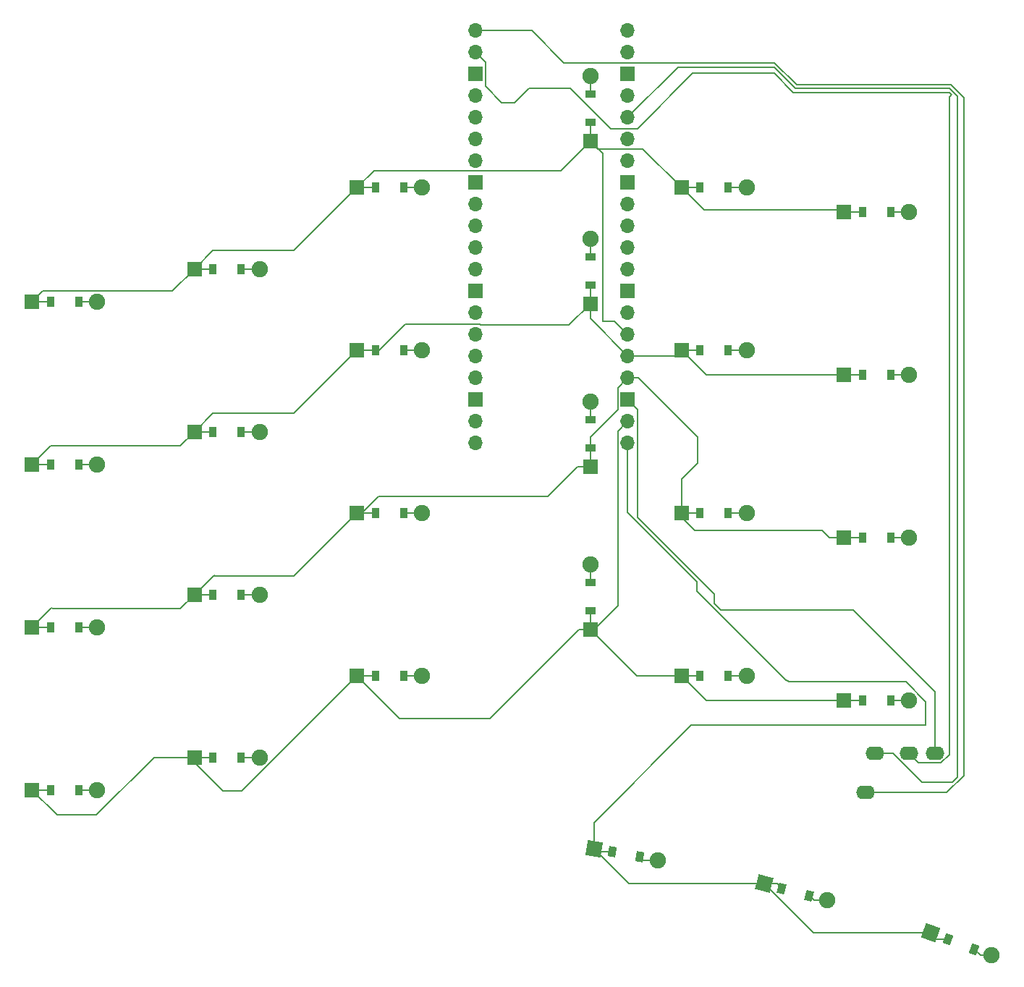
<source format=gbr>
%TF.GenerationSoftware,KiCad,Pcbnew,9.0.3-1.fc42*%
%TF.CreationDate,2025-08-21T15:21:57+02:00*%
%TF.ProjectId,left,6c656674-2e6b-4696-9361-645f70636258,v1.0.0*%
%TF.SameCoordinates,Original*%
%TF.FileFunction,Copper,L1,Top*%
%TF.FilePolarity,Positive*%
%FSLAX46Y46*%
G04 Gerber Fmt 4.6, Leading zero omitted, Abs format (unit mm)*
G04 Created by KiCad (PCBNEW 9.0.3-1.fc42) date 2025-08-21 15:21:57*
%MOMM*%
%LPD*%
G01*
G04 APERTURE LIST*
G04 Aperture macros list*
%AMRotRect*
0 Rectangle, with rotation*
0 The origin of the aperture is its center*
0 $1 length*
0 $2 width*
0 $3 Rotation angle, in degrees counterclockwise*
0 Add horizontal line*
21,1,$1,$2,0,0,$3*%
G04 Aperture macros list end*
%TA.AperFunction,ComponentPad*%
%ADD10R,1.778000X1.778000*%
%TD*%
%TA.AperFunction,SMDPad,CuDef*%
%ADD11R,0.900000X1.200000*%
%TD*%
%TA.AperFunction,ComponentPad*%
%ADD12C,1.905000*%
%TD*%
%TA.AperFunction,ComponentPad*%
%ADD13O,1.700000X1.700000*%
%TD*%
%TA.AperFunction,ComponentPad*%
%ADD14R,1.700000X1.700000*%
%TD*%
%TA.AperFunction,SMDPad,CuDef*%
%ADD15R,1.200000X0.900000*%
%TD*%
%TA.AperFunction,ComponentPad*%
%ADD16RotRect,1.778000X1.778000X350.000000*%
%TD*%
%TA.AperFunction,SMDPad,CuDef*%
%ADD17RotRect,0.900000X1.200000X350.000000*%
%TD*%
%TA.AperFunction,ComponentPad*%
%ADD18RotRect,1.778000X1.778000X340.000000*%
%TD*%
%TA.AperFunction,SMDPad,CuDef*%
%ADD19RotRect,0.900000X1.200000X340.000000*%
%TD*%
%TA.AperFunction,ComponentPad*%
%ADD20RotRect,1.778000X1.778000X345.000000*%
%TD*%
%TA.AperFunction,SMDPad,CuDef*%
%ADD21RotRect,0.900000X1.200000X345.000000*%
%TD*%
%TA.AperFunction,ComponentPad*%
%ADD22O,2.200000X1.600000*%
%TD*%
%TA.AperFunction,Conductor*%
%ADD23C,0.200000*%
%TD*%
G04 APERTURE END LIST*
D10*
%TO.P,D16,1*%
%TO.N,GP20*%
X141190000Y-132110000D03*
D11*
X143350000Y-132110000D03*
%TO.P,D16,2*%
%TO.N,index_num*%
X146650000Y-132110000D03*
D12*
X148810000Y-132110000D03*
%TD*%
D10*
%TO.P,D9,1*%
%TO.N,GP17*%
X103190000Y-189260000D03*
D11*
X105350000Y-189260000D03*
%TO.P,D9,2*%
%TO.N,ring_bottom*%
X108650000Y-189260000D03*
D12*
X110810000Y-189260000D03*
%TD*%
D10*
%TO.P,D15,1*%
%TO.N,GP19*%
X141190000Y-151160000D03*
D11*
X143350000Y-151160000D03*
%TO.P,D15,2*%
%TO.N,index_top*%
X146650000Y-151160000D03*
D12*
X148810000Y-151160000D03*
%TD*%
D10*
%TO.P,D3,1*%
%TO.N,GP19*%
X65190000Y-164495000D03*
D11*
X67350000Y-164495000D03*
%TO.P,D3,2*%
%TO.N,outer_top*%
X70650000Y-164495000D03*
D12*
X72810000Y-164495000D03*
%TD*%
D10*
%TO.P,D13,1*%
%TO.N,GP17*%
X141190000Y-189260000D03*
D11*
X143350000Y-189260000D03*
%TO.P,D13,2*%
%TO.N,index_bottom*%
X146650000Y-189260000D03*
D12*
X148810000Y-189260000D03*
%TD*%
D10*
%TO.P,D8,1*%
%TO.N,GP20*%
X84190000Y-141635000D03*
D11*
X86350000Y-141635000D03*
%TO.P,D8,2*%
%TO.N,pinky_num*%
X89650000Y-141635000D03*
D12*
X91810000Y-141635000D03*
%TD*%
D13*
%TO.P,_1,1*%
%TO.N,GP0*%
X117110000Y-113717500D03*
%TO.P,_1,2*%
%TO.N,GP1*%
X117110000Y-116257500D03*
D14*
%TO.P,_1,3*%
%TO.N,GND*%
X117110000Y-118797500D03*
D13*
%TO.P,_1,4*%
%TO.N,GP2*%
X117110000Y-121337500D03*
%TO.P,_1,5*%
%TO.N,GP3*%
X117110000Y-123877500D03*
%TO.P,_1,6*%
%TO.N,GP4*%
X117110000Y-126417500D03*
%TO.P,_1,7*%
%TO.N,GP5*%
X117110000Y-128957500D03*
D14*
%TO.P,_1,8*%
%TO.N,GND*%
X117110000Y-131497500D03*
D13*
%TO.P,_1,9*%
%TO.N,GP6*%
X117110000Y-134037500D03*
%TO.P,_1,10*%
%TO.N,GP7*%
X117110000Y-136577500D03*
%TO.P,_1,11*%
%TO.N,GP8*%
X117110000Y-139117500D03*
%TO.P,_1,12*%
%TO.N,GP9*%
X117110000Y-141657500D03*
D14*
%TO.P,_1,13*%
%TO.N,GND*%
X117110000Y-144197500D03*
D13*
%TO.P,_1,14*%
%TO.N,GP10*%
X117110000Y-146737500D03*
%TO.P,_1,15*%
%TO.N,GP11*%
X117110000Y-149277500D03*
%TO.P,_1,16*%
%TO.N,GP12*%
X117110000Y-151817500D03*
%TO.P,_1,17*%
%TO.N,GP13*%
X117110000Y-154357500D03*
D14*
%TO.P,_1,18*%
%TO.N,GND*%
X117110000Y-156897500D03*
D13*
%TO.P,_1,19*%
%TO.N,GP14*%
X117110000Y-159437500D03*
%TO.P,_1,20*%
%TO.N,GP15*%
X117110000Y-161977500D03*
%TO.P,_1,21*%
%TO.N,GP16*%
X134890000Y-161977500D03*
%TO.P,_1,22*%
%TO.N,GP17*%
X134890000Y-159437500D03*
D14*
%TO.P,_1,23*%
%TO.N,GND*%
X134890000Y-156897500D03*
D13*
%TO.P,_1,24*%
%TO.N,GP18*%
X134890000Y-154357500D03*
%TO.P,_1,25*%
%TO.N,GP19*%
X134890000Y-151817500D03*
%TO.P,_1,26*%
%TO.N,GP20*%
X134890000Y-149277500D03*
%TO.P,_1,27*%
%TO.N,GP21*%
X134890000Y-146737500D03*
D14*
%TO.P,_1,28*%
%TO.N,GND*%
X134890000Y-144197500D03*
D13*
%TO.P,_1,29*%
%TO.N,GP22*%
X134890000Y-141657500D03*
%TO.P,_1,30*%
%TO.N,RUN*%
X134890000Y-139117500D03*
%TO.P,_1,31*%
%TO.N,GP26*%
X134890000Y-136577500D03*
%TO.P,_1,32*%
%TO.N,GP27*%
X134890000Y-134037500D03*
D14*
%TO.P,_1,33*%
%TO.N,AGND*%
X134890000Y-131497500D03*
D13*
%TO.P,_1,34*%
%TO.N,GP28*%
X134890000Y-128957500D03*
%TO.P,_1,35*%
%TO.N,ADC_VREF*%
X134890000Y-126417500D03*
%TO.P,_1,36*%
%TO.N,3V3*%
X134890000Y-123877500D03*
%TO.P,_1,37*%
%TO.N,3V3_EN*%
X134890000Y-121337500D03*
D14*
%TO.P,_1,38*%
%TO.N,GND*%
X134890000Y-118797500D03*
D13*
%TO.P,_1,39*%
%TO.N,VSYS*%
X134890000Y-116257500D03*
%TO.P,_1,40*%
%TO.N,VBUS*%
X134890000Y-113717500D03*
%TD*%
D10*
%TO.P,D11,1*%
%TO.N,GP19*%
X103190000Y-151160000D03*
D11*
X105350000Y-151160000D03*
%TO.P,D11,2*%
%TO.N,ring_top*%
X108650000Y-151160000D03*
D12*
X110810000Y-151160000D03*
%TD*%
D10*
%TO.P,D24,1*%
%TO.N,GP17*%
X130500000Y-183807500D03*
D15*
X130500000Y-181647500D03*
%TO.P,D24,2*%
%TO.N,middle_bottom*%
X130500000Y-178347500D03*
D12*
X130500000Y-176187500D03*
%TD*%
D10*
%TO.P,D6,1*%
%TO.N,GP18*%
X84190000Y-179735000D03*
D11*
X86350000Y-179735000D03*
%TO.P,D6,2*%
%TO.N,pinky_home*%
X89650000Y-179735000D03*
D12*
X91810000Y-179735000D03*
%TD*%
D10*
%TO.P,D17,1*%
%TO.N,GP17*%
X160190000Y-192117500D03*
D11*
X162350000Y-192117500D03*
%TO.P,D17,2*%
%TO.N,inner_bottom*%
X165650000Y-192117500D03*
D12*
X167810000Y-192117500D03*
%TD*%
D10*
%TO.P,D26,1*%
%TO.N,GP19*%
X130500000Y-145707500D03*
D15*
X130500000Y-143547500D03*
%TO.P,D26,2*%
%TO.N,middle_top*%
X130500000Y-140247500D03*
D12*
X130500000Y-138087500D03*
%TD*%
D10*
%TO.P,D5,1*%
%TO.N,GP17*%
X84190000Y-198785000D03*
D11*
X86350000Y-198785000D03*
%TO.P,D5,2*%
%TO.N,pinky_bottom*%
X89650000Y-198785000D03*
D12*
X91810000Y-198785000D03*
%TD*%
D10*
%TO.P,D25,1*%
%TO.N,GP18*%
X130500000Y-164757500D03*
D15*
X130500000Y-162597500D03*
%TO.P,D25,2*%
%TO.N,middle_home*%
X130500000Y-159297500D03*
D12*
X130500000Y-157137500D03*
%TD*%
D16*
%TO.P,D21,1*%
%TO.N,GP16*%
X130941463Y-209485035D03*
D17*
X133068650Y-209860116D03*
%TO.P,D21,2*%
%TO.N,tuck_only*%
X136318516Y-210433154D03*
D12*
X138445703Y-210808235D03*
%TD*%
D10*
%TO.P,D20,1*%
%TO.N,GP20*%
X160190000Y-134967500D03*
D11*
X162350000Y-134967500D03*
%TO.P,D20,2*%
%TO.N,inner_num*%
X165650000Y-134967500D03*
D12*
X167810000Y-134967500D03*
%TD*%
D10*
%TO.P,D10,1*%
%TO.N,GP18*%
X103190000Y-170210000D03*
D11*
X105350000Y-170210000D03*
%TO.P,D10,2*%
%TO.N,ring_home*%
X108650000Y-170210000D03*
D12*
X110810000Y-170210000D03*
%TD*%
D10*
%TO.P,D27,1*%
%TO.N,GP20*%
X130500000Y-126657500D03*
D15*
X130500000Y-124497500D03*
%TO.P,D27,2*%
%TO.N,middle_num*%
X130500000Y-121197500D03*
D12*
X130500000Y-119037500D03*
%TD*%
D10*
%TO.P,D19,1*%
%TO.N,GP19*%
X160190000Y-154017500D03*
D11*
X162350000Y-154017500D03*
%TO.P,D19,2*%
%TO.N,inner_top*%
X165650000Y-154017500D03*
D12*
X167810000Y-154017500D03*
%TD*%
D10*
%TO.P,D18,1*%
%TO.N,GP18*%
X160190000Y-173067500D03*
D11*
X162350000Y-173067500D03*
%TO.P,D18,2*%
%TO.N,inner_home*%
X165650000Y-173067500D03*
D12*
X167810000Y-173067500D03*
%TD*%
D10*
%TO.P,D4,1*%
%TO.N,GP20*%
X65190000Y-145445000D03*
D11*
X67350000Y-145445000D03*
%TO.P,D4,2*%
%TO.N,outer_num*%
X70650000Y-145445000D03*
D12*
X72810000Y-145445000D03*
%TD*%
D10*
%TO.P,D1,1*%
%TO.N,GP17*%
X65190000Y-202595000D03*
D11*
X67350000Y-202595000D03*
%TO.P,D1,2*%
%TO.N,outer_bottom*%
X70650000Y-202595000D03*
D12*
X72810000Y-202595000D03*
%TD*%
D10*
%TO.P,D2,1*%
%TO.N,GP18*%
X65190000Y-183545000D03*
D11*
X67350000Y-183545000D03*
%TO.P,D2,2*%
%TO.N,outer_home*%
X70650000Y-183545000D03*
D12*
X72810000Y-183545000D03*
%TD*%
D10*
%TO.P,D12,1*%
%TO.N,GP20*%
X103190000Y-132110000D03*
D11*
X105350000Y-132110000D03*
%TO.P,D12,2*%
%TO.N,ring_num*%
X108650000Y-132110000D03*
D12*
X110810000Y-132110000D03*
%TD*%
D18*
%TO.P,D23,1*%
%TO.N,GP16*%
X170294919Y-219342207D03*
D19*
X172324655Y-220080971D03*
%TO.P,D23,2*%
%TO.N,reach_only*%
X175425641Y-221209637D03*
D12*
X177455377Y-221948401D03*
%TD*%
D20*
%TO.P,D22,1*%
%TO.N,GP16*%
X150833380Y-213554515D03*
D21*
X152919779Y-214113567D03*
%TO.P,D22,2*%
%TO.N,center_only*%
X156107335Y-214967667D03*
D12*
X158193734Y-215526719D03*
%TD*%
D10*
%TO.P,D7,1*%
%TO.N,GP19*%
X84190000Y-160685000D03*
D11*
X86350000Y-160685000D03*
%TO.P,D7,2*%
%TO.N,pinky_top*%
X89650000Y-160685000D03*
D12*
X91810000Y-160685000D03*
%TD*%
D10*
%TO.P,D14,1*%
%TO.N,GP18*%
X141190000Y-170210000D03*
D11*
X143350000Y-170210000D03*
%TO.P,D14,2*%
%TO.N,index_home*%
X146650000Y-170210000D03*
D12*
X148810000Y-170210000D03*
%TD*%
D22*
%TO.P,TRRS1,2*%
%TO.N,GND*%
X170800000Y-198317500D03*
%TO.P,TRRS1,3*%
%TO.N,GP1*%
X167800000Y-198317500D03*
%TO.P,TRRS1,4*%
%TO.N,3V3*%
X163800000Y-198317500D03*
%TO.P,TRRS1,5*%
%TO.N,GP0*%
X162700000Y-202917500D03*
%TD*%
D23*
%TO.N,outer_bottom*%
X72810000Y-202595000D02*
X70650000Y-202595000D01*
%TO.N,outer_home*%
X72810000Y-183545000D02*
X70650000Y-183545000D01*
%TO.N,outer_top*%
X72810000Y-164495000D02*
X70650000Y-164495000D01*
%TO.N,outer_num*%
X72810000Y-145445000D02*
X70650000Y-145445000D01*
%TO.N,pinky_bottom*%
X91810000Y-198785000D02*
X89650000Y-198785000D01*
%TO.N,pinky_home*%
X91810000Y-179735000D02*
X89650000Y-179735000D01*
%TO.N,pinky_top*%
X91810000Y-160685000D02*
X89650000Y-160685000D01*
%TO.N,pinky_num*%
X91810000Y-141635000D02*
X89650000Y-141635000D01*
%TO.N,ring_bottom*%
X110810000Y-189260000D02*
X108650000Y-189260000D01*
%TO.N,ring_home*%
X110810000Y-170210000D02*
X108650000Y-170210000D01*
%TO.N,ring_top*%
X110810000Y-151160000D02*
X108650000Y-151160000D01*
%TO.N,ring_num*%
X110810000Y-132110000D02*
X108650000Y-132110000D01*
%TO.N,index_bottom*%
X148810000Y-189260000D02*
X146650000Y-189260000D01*
%TO.N,index_home*%
X148810000Y-170210000D02*
X146650000Y-170210000D01*
%TO.N,index_top*%
X148810000Y-151160000D02*
X146650000Y-151160000D01*
%TO.N,index_num*%
X148810000Y-132110000D02*
X146650000Y-132110000D01*
%TO.N,inner_bottom*%
X167810000Y-192117500D02*
X165650000Y-192117500D01*
%TO.N,inner_home*%
X167810000Y-173067500D02*
X165650000Y-173067500D01*
%TO.N,inner_top*%
X167810000Y-154017500D02*
X165650000Y-154017500D01*
%TO.N,inner_num*%
X167810000Y-134967500D02*
X165650000Y-134967500D01*
%TO.N,tuck_only*%
X136693597Y-210808235D02*
X136318516Y-210433154D01*
X138445701Y-210808235D02*
X136693597Y-210808235D01*
%TO.N,center_only*%
X156107335Y-214967668D02*
X156666385Y-215526718D01*
X156666385Y-215526718D02*
X158193734Y-215526718D01*
%TO.N,reach_only*%
X176164405Y-221948401D02*
X177455377Y-221948401D01*
X175425641Y-221209637D02*
X176164405Y-221948401D01*
%TO.N,middle_bottom*%
X130500000Y-176187500D02*
X130500000Y-178347500D01*
%TO.N,middle_home*%
X130500000Y-157137500D02*
X130500000Y-159297500D01*
%TO.N,middle_top*%
X130500000Y-140247500D02*
X130500000Y-138087500D01*
%TO.N,middle_num*%
X130500000Y-119037500D02*
X130500000Y-121197500D01*
%TO.N,GP17*%
X65190000Y-202595000D02*
X68095000Y-205500000D01*
X118750000Y-194250000D02*
X129192500Y-183807500D01*
X89700000Y-202750000D02*
X103190000Y-189260000D01*
X72750000Y-205500000D02*
X79465000Y-198785000D01*
X133739000Y-180489000D02*
X133750000Y-180500000D01*
X108180000Y-194250000D02*
X118750000Y-194250000D01*
X129192500Y-183807500D02*
X130500000Y-183807500D01*
X130942500Y-183807500D02*
X130500000Y-183807500D01*
X84190000Y-199440000D02*
X87500000Y-202750000D01*
X79465000Y-198785000D02*
X84190000Y-198785000D01*
X160190000Y-192117500D02*
X162350000Y-192117500D01*
X135952500Y-189260000D02*
X130500000Y-183807500D01*
X87500000Y-202750000D02*
X89700000Y-202750000D01*
X160190000Y-192117500D02*
X144047500Y-192117500D01*
X133750000Y-181000000D02*
X130942500Y-183807500D01*
X103190000Y-189260000D02*
X105350000Y-189260000D01*
X141190000Y-189260000D02*
X135952500Y-189260000D01*
X133750000Y-180500000D02*
X133750000Y-181000000D01*
X141190000Y-189260000D02*
X143350000Y-189260000D01*
X130500000Y-183807500D02*
X130500000Y-181647500D01*
X84190000Y-198785000D02*
X86350000Y-198785000D01*
X133739000Y-160588500D02*
X133739000Y-180489000D01*
X103190000Y-189260000D02*
X108180000Y-194250000D01*
X134890000Y-159437500D02*
X133739000Y-160588500D01*
X84190000Y-198785000D02*
X84190000Y-199440000D01*
X144047500Y-192117500D02*
X141190000Y-189260000D01*
X68095000Y-205500000D02*
X72750000Y-205500000D01*
X65190000Y-202595000D02*
X67350000Y-202595000D01*
%TO.N,GP18*%
X160190000Y-173067500D02*
X162350000Y-173067500D01*
X143041000Y-164352811D02*
X141190000Y-166203811D01*
X142750000Y-172250000D02*
X157627500Y-172250000D01*
X65190000Y-183545000D02*
X65205000Y-183545000D01*
X84190000Y-179735000D02*
X84265000Y-179735000D01*
X141190000Y-170690000D02*
X142750000Y-172250000D01*
X141190000Y-166203811D02*
X141190000Y-170210000D01*
X157627500Y-172250000D02*
X158445000Y-173067500D01*
X133739000Y-155508500D02*
X134890000Y-154357500D01*
X130500000Y-161750000D02*
X130500000Y-162597500D01*
X141190000Y-170210000D02*
X141190000Y-170690000D01*
X105750000Y-168250000D02*
X125500000Y-168250000D01*
X67639900Y-181389900D02*
X82535100Y-181389900D01*
X86500000Y-177500000D02*
X86579900Y-177579900D01*
X95820100Y-177579900D02*
X103190000Y-170210000D01*
X130500000Y-164757500D02*
X130500000Y-161750000D01*
X84265000Y-179735000D02*
X86500000Y-177500000D01*
X82535100Y-181389900D02*
X84190000Y-179735000D01*
X86579900Y-177579900D02*
X95820100Y-177579900D01*
X141190000Y-170210000D02*
X143350000Y-170210000D01*
X125500000Y-168250000D02*
X128992500Y-164757500D01*
X136092081Y-154357500D02*
X143041000Y-161306419D01*
X133739000Y-158048500D02*
X133739000Y-155508500D01*
X130500000Y-161750000D02*
X130500000Y-161287500D01*
X130500000Y-161287500D02*
X133739000Y-158048500D01*
X103190000Y-170210000D02*
X105350000Y-170210000D01*
X130500000Y-164757500D02*
X130500000Y-162597500D01*
X134890000Y-154357500D02*
X136092081Y-154357500D01*
X103790000Y-170210000D02*
X105750000Y-168250000D01*
X158445000Y-173067500D02*
X160190000Y-173067500D01*
X67500000Y-181250000D02*
X67639900Y-181389900D01*
X84190000Y-179735000D02*
X86350000Y-179735000D01*
X128992500Y-164757500D02*
X130500000Y-164757500D01*
X65190000Y-183545000D02*
X67350000Y-183545000D01*
X143041000Y-161306419D02*
X143041000Y-164352811D01*
X65205000Y-183545000D02*
X67500000Y-181250000D01*
X103190000Y-170210000D02*
X103790000Y-170210000D01*
%TO.N,GP19*%
X65190000Y-164495000D02*
X67350000Y-164495000D01*
X108849689Y-148126500D02*
X105816189Y-151160000D01*
X105816189Y-151160000D02*
X103190000Y-151160000D01*
X117639660Y-148179400D02*
X117586760Y-148126500D01*
X128028100Y-148179400D02*
X117639660Y-148179400D01*
X140532500Y-151817500D02*
X141190000Y-151160000D01*
X86345100Y-158529900D02*
X84190000Y-160685000D01*
X130500000Y-145707500D02*
X130500000Y-147427500D01*
X84190000Y-160685000D02*
X86350000Y-160685000D01*
X141190000Y-151160000D02*
X143350000Y-151160000D01*
X117586760Y-148126500D02*
X108849689Y-148126500D01*
X144047500Y-154017500D02*
X141190000Y-151160000D01*
X134890000Y-151817500D02*
X140532500Y-151817500D01*
X103190000Y-151160000D02*
X95820100Y-158529900D01*
X130500000Y-147427500D02*
X134890000Y-151817500D01*
X160190000Y-154017500D02*
X144047500Y-154017500D01*
X162350000Y-154017500D02*
X160190000Y-154017500D01*
X95820100Y-158529900D02*
X86345100Y-158529900D01*
X130500000Y-145707500D02*
X128028100Y-148179400D01*
X84190000Y-160685000D02*
X82535100Y-162339900D01*
X130500000Y-143547500D02*
X130500000Y-145707500D01*
X67345100Y-162339900D02*
X65190000Y-164495000D01*
X82535100Y-162339900D02*
X67345100Y-162339900D01*
%TO.N,GP20*%
X141190000Y-132110000D02*
X143350000Y-132110000D01*
X105350000Y-132110000D02*
X103190000Y-132110000D01*
X103190000Y-132110000D02*
X95820100Y-139479900D01*
X160190000Y-134967500D02*
X162350000Y-134967500D01*
X141190000Y-132110000D02*
X136648500Y-127568500D01*
X103190000Y-132110000D02*
X105191500Y-130108500D01*
X159956500Y-134734000D02*
X143814000Y-134734000D01*
X105191500Y-130108500D02*
X127049000Y-130108500D01*
X81633500Y-144191500D02*
X66443500Y-144191500D01*
X86345100Y-139479900D02*
X84190000Y-141635000D01*
X95820100Y-139479900D02*
X86345100Y-139479900D01*
X133362500Y-147750000D02*
X134890000Y-149277500D01*
X130500000Y-126657500D02*
X130500000Y-124497500D01*
X127049000Y-130108500D02*
X130500000Y-126657500D01*
X65190000Y-145445000D02*
X67350000Y-145445000D01*
X160190000Y-134967500D02*
X159956500Y-134734000D01*
X143814000Y-134734000D02*
X141190000Y-132110000D01*
X132000000Y-128157500D02*
X132000000Y-147750000D01*
X131411000Y-127568500D02*
X130500000Y-126657500D01*
X84190000Y-141635000D02*
X81633500Y-144191500D01*
X130500000Y-126657500D02*
X132000000Y-128157500D01*
X132000000Y-147750000D02*
X133362500Y-147750000D01*
X136648500Y-127568500D02*
X131411000Y-127568500D01*
X84190000Y-141635000D02*
X86350000Y-141635000D01*
X66443500Y-144191500D02*
X65190000Y-145445000D01*
%TO.N,GP16*%
X152360729Y-213554516D02*
X152919779Y-214113566D01*
X170294919Y-219342207D02*
X156621071Y-219342207D01*
X134890000Y-170140000D02*
X134890000Y-161977500D01*
X135010946Y-213554516D02*
X130941465Y-209485035D01*
X142333647Y-195000000D02*
X169750000Y-195000000D01*
X169750000Y-195000000D02*
X169750000Y-192284783D01*
X150833380Y-213554516D02*
X135010946Y-213554516D01*
X133068650Y-209860116D02*
X131316546Y-209860116D01*
X170294919Y-219342207D02*
X171033683Y-220080971D01*
X130941465Y-206392182D02*
X142333647Y-195000000D01*
X167427617Y-189962400D02*
X153712400Y-189962400D01*
X130941465Y-209485035D02*
X130941465Y-206392182D01*
X156621071Y-219342207D02*
X150833380Y-213554516D01*
X150833380Y-213554516D02*
X152360729Y-213554516D01*
X153712400Y-189962400D02*
X153500000Y-189750000D01*
X143000000Y-178250000D02*
X134890000Y-170140000D01*
X131316546Y-209860116D02*
X130941465Y-209485035D01*
X169750000Y-192284783D02*
X167427617Y-189962400D01*
X171033683Y-220080971D02*
X172324655Y-220080971D01*
X153370257Y-189750000D02*
X143000000Y-179379743D01*
X143000000Y-179379743D02*
X143000000Y-178250000D01*
X153500000Y-189750000D02*
X153370257Y-189750000D01*
%TO.N,3V3*%
X169336000Y-201718500D02*
X172856049Y-201718500D01*
X173500000Y-121432900D02*
X172567100Y-120500000D01*
X173500000Y-201074549D02*
X173500000Y-121432900D01*
X154500000Y-120500000D02*
X152000000Y-118000000D01*
X163800000Y-198317500D02*
X165935000Y-198317500D01*
X172567100Y-120500000D02*
X154500000Y-120500000D01*
X152000000Y-118000000D02*
X140767500Y-118000000D01*
X172856049Y-201718500D02*
X173500000Y-201074549D01*
X165935000Y-198317500D02*
X169336000Y-201718500D01*
X140767500Y-118000000D02*
X134890000Y-123877500D01*
%TO.N,GP0*%
X174250000Y-194750000D02*
X174250000Y-192750000D01*
X154706500Y-120043500D02*
X154658550Y-120091450D01*
X172224149Y-202917500D02*
X174250000Y-200891649D01*
X174250000Y-121615800D02*
X172677700Y-120043500D01*
X162700000Y-202917500D02*
X172224149Y-202917500D01*
X174250000Y-192750000D02*
X174250000Y-121615800D01*
X174250000Y-195250000D02*
X174250000Y-192750000D01*
X174250000Y-195250000D02*
X174250000Y-194750000D01*
X123649743Y-113717500D02*
X117110000Y-113717500D01*
X172677700Y-120043500D02*
X154706500Y-120043500D01*
X174250000Y-200891649D02*
X174250000Y-195250000D01*
X152067100Y-117500000D02*
X127432243Y-117500000D01*
X127432243Y-117500000D02*
X123649743Y-113717500D01*
X154658550Y-120091450D02*
X152067100Y-117500000D01*
%TO.N,GP1*%
X167800000Y-198317500D02*
X168901000Y-199418500D01*
X142500000Y-118750000D02*
X136000000Y-125250000D01*
X172500000Y-192750000D02*
X172500000Y-189500000D01*
X172500000Y-121500000D02*
X172750000Y-121250000D01*
X168901000Y-199418500D02*
X171556049Y-199418500D01*
X172500000Y-197250000D02*
X172500000Y-192750000D01*
X154250000Y-121000000D02*
X152000000Y-118750000D01*
X172500000Y-189500000D02*
X172500000Y-121500000D01*
X132904500Y-125250000D02*
X128157100Y-120502600D01*
X118261000Y-120266209D02*
X118261000Y-117408500D01*
X172500000Y-189500000D02*
X172500000Y-197250000D01*
X118261000Y-117408500D02*
X117110000Y-116257500D01*
X121686709Y-122158500D02*
X120153291Y-122158500D01*
X128157100Y-120502600D02*
X123342609Y-120502600D01*
X136000000Y-125250000D02*
X132904500Y-125250000D01*
X171556049Y-199418500D02*
X172500000Y-198474549D01*
X120153291Y-122158500D02*
X118261000Y-120266209D01*
X172750000Y-121250000D02*
X172500000Y-121000000D01*
X123342609Y-120502600D02*
X121686709Y-122158500D01*
X152000000Y-118750000D02*
X142500000Y-118750000D01*
X172500000Y-121000000D02*
X154250000Y-121000000D01*
X172500000Y-198474549D02*
X172500000Y-197250000D01*
%TO.N,GND*%
X136041000Y-170723900D02*
X136041000Y-158048500D01*
X145781000Y-181531000D02*
X145000000Y-180750000D01*
X136041000Y-158048500D02*
X134890000Y-156897500D01*
X170800000Y-191101311D02*
X161229689Y-181531000D01*
X161229689Y-181531000D02*
X145781000Y-181531000D01*
X145000000Y-180750000D02*
X145000000Y-179682900D01*
X170800000Y-198317500D02*
X170800000Y-191101311D01*
X145000000Y-179682900D02*
X136041000Y-170723900D01*
%TD*%
M02*

</source>
